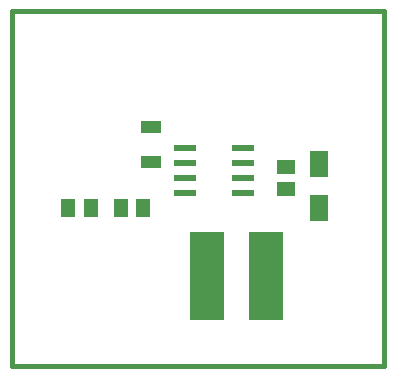
<source format=gtp>
G75*
%MOIN*%
%OFA0B0*%
%FSLAX25Y25*%
%IPPOS*%
%LPD*%
%AMOC8*
5,1,8,0,0,1.08239X$1,22.5*
%
%ADD10C,0.01600*%
%ADD11R,0.07100X0.04400*%
%ADD12R,0.06400X0.08600*%
%ADD13R,0.11800X0.29500*%
%ADD14R,0.07800X0.02200*%
%ADD15R,0.05118X0.05906*%
%ADD16R,0.05906X0.05118*%
D10*
X0008250Y0001800D02*
X0008250Y0119910D01*
X0132266Y0119910D01*
X0132266Y0001800D01*
X0008250Y0001800D01*
D11*
X0054500Y0069650D03*
X0054500Y0081450D03*
D12*
X0110750Y0069100D03*
X0110750Y0054500D03*
D13*
X0093100Y0031800D03*
X0073400Y0031800D03*
D14*
X0066050Y0059300D03*
X0066050Y0064300D03*
X0066050Y0069300D03*
X0066050Y0074300D03*
X0085450Y0074300D03*
X0085450Y0069300D03*
X0085450Y0064300D03*
X0085450Y0059300D03*
D15*
X0051990Y0054300D03*
X0044510Y0054300D03*
X0034490Y0054300D03*
X0027010Y0054300D03*
D16*
X0099500Y0060560D03*
X0099500Y0068040D03*
M02*

</source>
